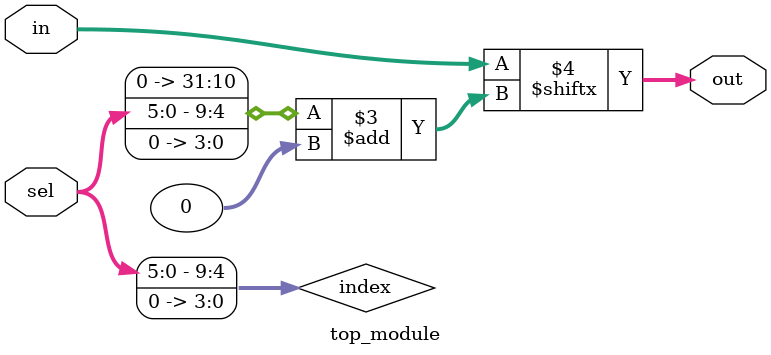
<source format=sv>
module top_module (
  input [1023:0] in,
  input [7:0] sel,
  output [3:0] out
);
  
  reg [9:0] index;
  
  always @(*)
  begin
    index = sel << 4;
    out = in[index +: 4];
  end
  
endmodule

</source>
